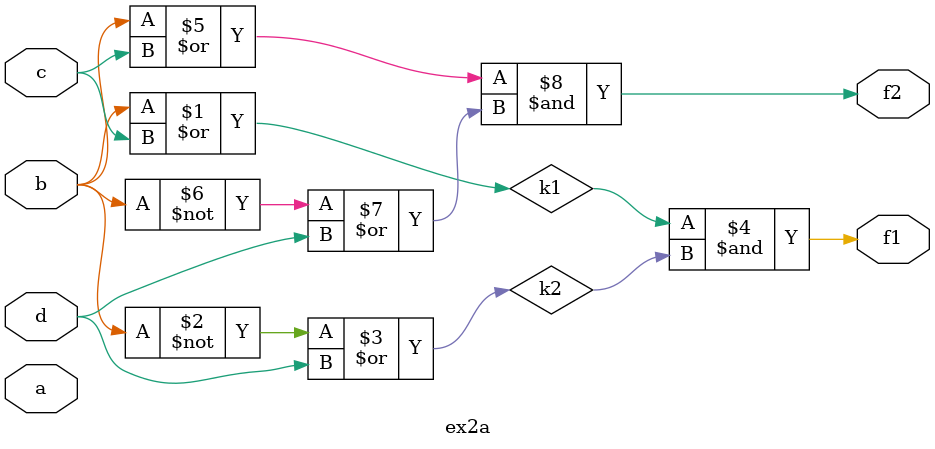
<source format=v>
module ex2a(a,b,c,d,f1,f2);
input a,b,c,d;
output f1,f2;
or (k1,b,c);
or (k2,~b,d);
and(f1,k1,k2);
assign f2=((b|c)&(~b|d));
endmodule

</source>
